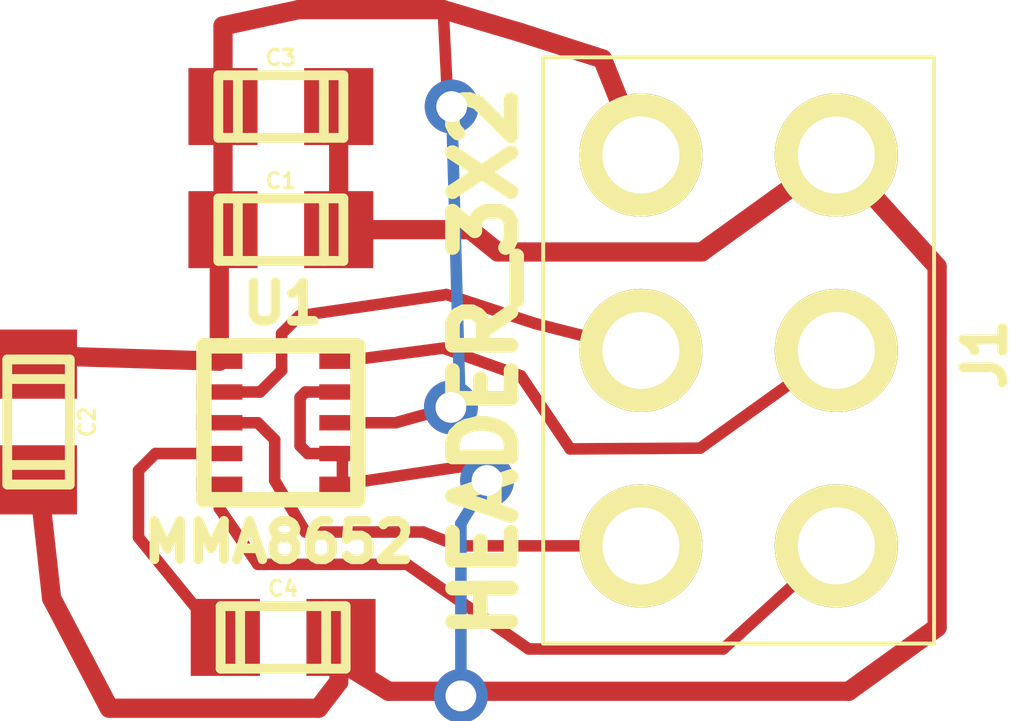
<source format=kicad_pcb>
(kicad_pcb (version 3) (host pcbnew "(2013-08-24 BZR 4298)-stable")

  (general
    (links 17)
    (no_connects 0)
    (area 137.54435 102.425 151.0175 112.170001)
    (thickness 1.6)
    (drawings 0)
    (tracks 79)
    (zones 0)
    (modules 6)
    (nets 8)
  )

  (page A)
  (layers
    (15 F.Cu signal)
    (0 B.Cu signal)
    (16 B.Adhes user)
    (17 F.Adhes user)
    (18 B.Paste user)
    (19 F.Paste user)
    (20 B.SilkS user)
    (21 F.SilkS user)
    (22 B.Mask user)
    (23 F.Mask user)
    (24 Dwgs.User user)
    (25 Cmts.User user)
    (26 Eco1.User user)
    (27 Eco2.User user)
    (28 Edge.Cuts user)
  )

  (setup
    (last_trace_width 0.15)
    (user_trace_width 0.1)
    (user_trace_width 0.15)
    (user_trace_width 0.2)
    (user_trace_width 0.25)
    (user_trace_width 0.3)
    (user_trace_width 0.4)
    (user_trace_width 0.5)
    (user_trace_width 0.6)
    (user_trace_width 0.7)
    (user_trace_width 0.8)
    (user_trace_width 0.9)
    (user_trace_width 1)
    (trace_clearance 0.05)
    (zone_clearance 1)
    (zone_45_only no)
    (trace_min 0.1)
    (segment_width 0.2)
    (edge_width 0.1)
    (via_size 0.7)
    (via_drill 0.4)
    (via_min_size 0.7)
    (via_min_drill 0.4)
    (uvia_size 0.4)
    (uvia_drill 0.127)
    (uvias_allowed no)
    (uvia_min_size 0.4)
    (uvia_min_drill 0.127)
    (pcb_text_width 0.3)
    (pcb_text_size 1.5 1.5)
    (mod_edge_width 0.15)
    (mod_text_size 1 1)
    (mod_text_width 0.15)
    (pad_size 1.6 1.6)
    (pad_drill 1)
    (pad_to_mask_clearance 0)
    (aux_axis_origin 0 0)
    (visible_elements 7FFFFFFF)
    (pcbplotparams
      (layerselection 3178497)
      (usegerberextensions false)
      (excludeedgelayer true)
      (linewidth 0.150000)
      (plotframeref false)
      (viasonmask false)
      (mode 1)
      (useauxorigin false)
      (hpglpennumber 1)
      (hpglpenspeed 20)
      (hpglpendiameter 15)
      (hpglpenoverlay 2)
      (psnegative false)
      (psa4output false)
      (plotreference true)
      (plotvalue true)
      (plotothertext true)
      (plotinvisibletext false)
      (padsonsilk false)
      (subtractmaskfromsilk false)
      (outputformat 2)
      (mirror false)
      (drillshape 0)
      (scaleselection 1)
      (outputdirectory ""))
  )

  (net 0 "")
  (net 1 +2.8v)
  (net 2 GND)
  (net 3 INT1)
  (net 4 INT2)
  (net 5 N-000003)
  (net 6 SCL)
  (net 7 SDA)

  (net_class Default "This is the default net class."
    (clearance 0.05)
    (trace_width 0.5)
    (via_dia 0.7)
    (via_drill 0.4)
    (uvia_dia 0.4)
    (uvia_drill 0.127)
    (add_net "")
    (add_net +2.8v)
    (add_net GND)
    (add_net INT1)
    (add_net INT2)
    (add_net N-000003)
    (add_net SCL)
    (add_net SDA)
  )

  (module TED_SM0603 (layer F.Cu) (tedit 527731CB) (tstamp 52A599A1)
    (at 141.5 105.41)
    (descr "SMT capacitor, 0603")
    (path /52959381)
    (fp_text reference C1 (at 0 -0.635) (layer F.SilkS)
      (effects (font (size 0.20066 0.20066) (thickness 0.04064)))
    )
    (fp_text value 1uF (at 0 0.635) (layer F.SilkS) hide
      (effects (font (size 0.20066 0.20066) (thickness 0.04064)))
    )
    (fp_line (start 0.5588 0.4064) (end 0.5588 -0.4064) (layer F.SilkS) (width 0.127))
    (fp_line (start -0.5588 -0.381) (end -0.5588 0.4064) (layer F.SilkS) (width 0.127))
    (fp_line (start -0.8128 -0.4064) (end 0.8128 -0.4064) (layer F.SilkS) (width 0.127))
    (fp_line (start 0.8128 -0.4064) (end 0.8128 0.4064) (layer F.SilkS) (width 0.127))
    (fp_line (start 0.8128 0.4064) (end -0.8128 0.4064) (layer F.SilkS) (width 0.127))
    (fp_line (start -0.8128 0.4064) (end -0.8128 -0.4064) (layer F.SilkS) (width 0.127))
    (pad 2 smd rect (at 0.75184 0) (size 0.89916 1.00076)
      (layers F.Cu F.Paste F.Mask)
      (net 2 GND)
      (clearance 0.1)
    )
    (pad 1 smd rect (at -0.75184 0) (size 0.89916 1.00076)
      (layers F.Cu F.Paste F.Mask)
      (net 1 +2.8v)
      (clearance 0.1)
    )
    (model smd/capacitors/c_0603.wrl
      (at (xyz 0 0 0))
      (scale (xyz 1 1 1))
      (rotate (xyz 0 0 0))
    )
  )

  (module TED_SM0603 (layer F.Cu) (tedit 527731CB) (tstamp 52A599AD)
    (at 138.35 107.91 270)
    (descr "SMT capacitor, 0603")
    (path /5295936A)
    (fp_text reference C2 (at 0 -0.635 270) (layer F.SilkS)
      (effects (font (size 0.20066 0.20066) (thickness 0.04064)))
    )
    (fp_text value .1uF (at 0 0.635 270) (layer F.SilkS) hide
      (effects (font (size 0.20066 0.20066) (thickness 0.04064)))
    )
    (fp_line (start 0.5588 0.4064) (end 0.5588 -0.4064) (layer F.SilkS) (width 0.127))
    (fp_line (start -0.5588 -0.381) (end -0.5588 0.4064) (layer F.SilkS) (width 0.127))
    (fp_line (start -0.8128 -0.4064) (end 0.8128 -0.4064) (layer F.SilkS) (width 0.127))
    (fp_line (start 0.8128 -0.4064) (end 0.8128 0.4064) (layer F.SilkS) (width 0.127))
    (fp_line (start 0.8128 0.4064) (end -0.8128 0.4064) (layer F.SilkS) (width 0.127))
    (fp_line (start -0.8128 0.4064) (end -0.8128 -0.4064) (layer F.SilkS) (width 0.127))
    (pad 2 smd rect (at 0.75184 0 270) (size 0.89916 1.00076)
      (layers F.Cu F.Paste F.Mask)
      (net 2 GND)
      (clearance 0.1)
    )
    (pad 1 smd rect (at -0.75184 0 270) (size 0.89916 1.00076)
      (layers F.Cu F.Paste F.Mask)
      (net 1 +2.8v)
      (clearance 0.1)
    )
    (model smd/capacitors/c_0603.wrl
      (at (xyz 0 0 0))
      (scale (xyz 1 1 1))
      (rotate (xyz 0 0 0))
    )
  )

  (module TED_SM0603 (layer F.Cu) (tedit 527731CB) (tstamp 52A599B9)
    (at 141.5 103.81)
    (descr "SMT capacitor, 0603")
    (path /52A554A9)
    (fp_text reference C3 (at 0 -0.635) (layer F.SilkS)
      (effects (font (size 0.20066 0.20066) (thickness 0.04064)))
    )
    (fp_text value .1uF (at 0 0.635) (layer F.SilkS) hide
      (effects (font (size 0.20066 0.20066) (thickness 0.04064)))
    )
    (fp_line (start 0.5588 0.4064) (end 0.5588 -0.4064) (layer F.SilkS) (width 0.127))
    (fp_line (start -0.5588 -0.381) (end -0.5588 0.4064) (layer F.SilkS) (width 0.127))
    (fp_line (start -0.8128 -0.4064) (end 0.8128 -0.4064) (layer F.SilkS) (width 0.127))
    (fp_line (start 0.8128 -0.4064) (end 0.8128 0.4064) (layer F.SilkS) (width 0.127))
    (fp_line (start 0.8128 0.4064) (end -0.8128 0.4064) (layer F.SilkS) (width 0.127))
    (fp_line (start -0.8128 0.4064) (end -0.8128 -0.4064) (layer F.SilkS) (width 0.127))
    (pad 2 smd rect (at 0.75184 0) (size 0.89916 1.00076)
      (layers F.Cu F.Paste F.Mask)
      (net 2 GND)
      (clearance 0.1)
    )
    (pad 1 smd rect (at -0.75184 0) (size 0.89916 1.00076)
      (layers F.Cu F.Paste F.Mask)
      (net 1 +2.8v)
      (clearance 0.1)
    )
    (model smd/capacitors/c_0603.wrl
      (at (xyz 0 0 0))
      (scale (xyz 1 1 1))
      (rotate (xyz 0 0 0))
    )
  )

  (module TED_SM0603 (layer F.Cu) (tedit 527731CB) (tstamp 52A599C5)
    (at 141.53 110.71)
    (descr "SMT capacitor, 0603")
    (path /52A5541B)
    (fp_text reference C4 (at 0 -0.635) (layer F.SilkS)
      (effects (font (size 0.20066 0.20066) (thickness 0.04064)))
    )
    (fp_text value .1uF (at 0 0.635) (layer F.SilkS) hide
      (effects (font (size 0.20066 0.20066) (thickness 0.04064)))
    )
    (fp_line (start 0.5588 0.4064) (end 0.5588 -0.4064) (layer F.SilkS) (width 0.127))
    (fp_line (start -0.5588 -0.381) (end -0.5588 0.4064) (layer F.SilkS) (width 0.127))
    (fp_line (start -0.8128 -0.4064) (end 0.8128 -0.4064) (layer F.SilkS) (width 0.127))
    (fp_line (start 0.8128 -0.4064) (end 0.8128 0.4064) (layer F.SilkS) (width 0.127))
    (fp_line (start 0.8128 0.4064) (end -0.8128 0.4064) (layer F.SilkS) (width 0.127))
    (fp_line (start -0.8128 0.4064) (end -0.8128 -0.4064) (layer F.SilkS) (width 0.127))
    (pad 2 smd rect (at 0.75184 0) (size 0.89916 1.00076)
      (layers F.Cu F.Paste F.Mask)
      (net 2 GND)
      (clearance 0.1)
    )
    (pad 1 smd rect (at -0.75184 0) (size 0.89916 1.00076)
      (layers F.Cu F.Paste F.Mask)
      (net 5 N-000003)
      (clearance 0.1)
    )
    (model smd/capacitors/c_0603.wrl
      (at (xyz 0 0 0))
      (scale (xyz 1 1 1))
      (rotate (xyz 0 0 0))
    )
  )

  (module TED_DFN-10 (layer F.Cu) (tedit 52A69D10) (tstamp 52A599E5)
    (at 141.5 107.92)
    (path /52A5537C)
    (fp_text reference U1 (at 0.025 -1.55) (layer F.SilkS)
      (effects (font (size 0.5 0.5) (thickness 0.125)))
    )
    (fp_text value MMA8652 (at -0.025 1.55) (layer F.SilkS)
      (effects (font (size 0.5 0.5) (thickness 0.125)))
    )
    (fp_line (start 1 -1) (end 1 1) (layer F.SilkS) (width 0.20066))
    (fp_line (start 1 1) (end -1 1) (layer F.SilkS) (width 0.20066))
    (fp_line (start -1 1) (end -1 -1) (layer F.SilkS) (width 0.20066))
    (fp_line (start -1 -1) (end 1 -1) (layer F.SilkS) (width 0.20066))
    (pad 6 smd rect (at 0.8 0.8 270) (size 0.2 0.6)
      (layers F.Cu F.Paste F.Mask)
      (net 2 GND)
      (clearance 0.1)
    )
    (pad 10 smd rect (at 0.8 -0.8 270) (size 0.2 0.6)
      (layers F.Cu F.Paste F.Mask)
      (net 7 SDA)
      (clearance 0.1)
    )
    (pad 9 smd rect (at 0.8 -0.4 270) (size 0.2 0.6)
      (layers F.Cu F.Paste F.Mask)
      (net 2 GND)
      (clearance 0.1)
    )
    (pad 5 smd rect (at -0.8 0.8 270) (size 0.2 0.6)
      (layers F.Cu F.Paste F.Mask)
      (net 4 INT2)
      (clearance 0.1)
    )
    (pad 2 smd rect (at -0.8 -0.4 270) (size 0.2 0.6)
      (layers F.Cu F.Paste F.Mask)
      (net 6 SCL)
      (clearance 0.1)
    )
    (pad 1 smd rect (at -0.8 -0.8 270) (size 0.2 0.6)
      (layers F.Cu F.Paste F.Mask)
      (net 1 +2.8v)
      (clearance 0.1)
    )
    (pad 3 smd rect (at -0.8 0 270) (size 0.2 0.6)
      (layers F.Cu F.Paste F.Mask)
      (net 3 INT1)
      (clearance 0.1)
    )
    (pad 4 smd rect (at -0.8 0.4 270) (size 0.2 0.6)
      (layers F.Cu F.Paste F.Mask)
      (net 5 N-000003)
      (clearance 0.1)
    )
    (pad 8 smd rect (at 0.8 0 270) (size 0.2 0.6)
      (layers F.Cu F.Paste F.Mask)
      (net 1 +2.8v)
      (clearance 0.1)
    )
    (pad 7 smd rect (at 0.8 0.4 270) (size 0.2 0.6)
      (layers F.Cu F.Paste F.Mask)
      (net 2 GND)
      (clearance 0.1)
    )
  )

  (module TED_HEADER_3x2_BOTTOM (layer F.Cu) (tedit 52A869D9) (tstamp 52A59EC5)
    (at 147.45 106.98 270)
    (path /52A55745)
    (fp_text reference J1 (at 0.05 -3.2 270) (layer F.SilkS)
      (effects (font (size 0.508 0.508) (thickness 0.127)))
    )
    (fp_text value HEADER_3X2 (at 0.15 3.3 270) (layer F.SilkS)
      (effects (font (size 0.762 0.762) (thickness 0.1905)))
    )
    (fp_line (start 3.81 2.54) (end -3.81 2.54) (layer F.SilkS) (width 0.0508))
    (fp_line (start -3.81 2.54) (end -3.81 -2.54) (layer F.SilkS) (width 0.0508))
    (fp_line (start -3.81 -2.54) (end 3.81 -2.54) (layer F.SilkS) (width 0.0508))
    (fp_line (start 3.81 -2.54) (end 3.81 2.54) (layer F.SilkS) (width 0.0508))
    (pad 1 thru_hole circle (at -2.54 1.27 270) (size 1.6 1.6) (drill 1)
      (layers *.Mask F.Cu F.SilkS)
      (net 1 +2.8v)
      (clearance 0.3)
    )
    (pad 2 thru_hole circle (at 0 1.27 270) (size 1.6 1.6) (drill 1)
      (layers *.Mask F.Cu F.SilkS)
      (net 6 SCL)
      (clearance 0.3)
    )
    (pad 3 thru_hole circle (at 2.54 1.27 270) (size 1.6 1.6) (drill 1)
      (layers *.Mask F.Cu F.SilkS)
      (net 3 INT1)
      (clearance 0.3)
    )
    (pad 4 thru_hole circle (at 2.54 -1.27 270) (size 1.6 1.6) (drill 1)
      (layers *.Mask F.Cu F.SilkS)
      (net 4 INT2)
      (clearance 0.3)
    )
    (pad 5 thru_hole circle (at 0 -1.27 270) (size 1.6 1.6) (drill 1)
      (layers *.Mask F.Cu F.SilkS)
      (net 7 SDA)
      (clearance 0.3)
    )
    (pad 6 thru_hole circle (at -2.54 -1.27 270) (size 1.6 1.6) (drill 1)
      (layers *.Mask F.Cu F.SilkS)
      (net 2 GND)
      (clearance 0.3)
    )
  )

  (segment (start 142.3 107.92) (end 142.99 107.92) (width 0.15) (layer F.Cu) (net 1))
  (segment (start 142.99 107.92) (end 143.71 107.72) (width 0.15) (layer F.Cu) (net 1) (tstamp 52A5A878))
  (via (at 143.71 107.72) (size 0.7) (layers F.Cu B.Cu) (net 1))
  (segment (start 143.71 107.72) (end 143.83 107.72) (width 0.15) (layer B.Cu) (net 1) (tstamp 52A5A87A))
  (segment (start 143.83 107.72) (end 143.72 103.81) (width 0.15) (layer B.Cu) (net 1) (tstamp 52A5A87B))
  (via (at 143.72 103.81) (size 0.7) (layers F.Cu B.Cu) (net 1))
  (segment (start 143.72 103.81) (end 143.67 103.76) (width 0.15) (layer F.Cu) (net 1) (tstamp 52A5A87D))
  (segment (start 143.67 103.76) (end 143.61 102.55) (width 0.15) (layer F.Cu) (net 1) (tstamp 52A5A87E))
  (segment (start 140.7 107.12) (end 138.45816 107.05) (width 0.25) (layer F.Cu) (net 1) (status 20))
  (segment (start 138.45816 107.05) (end 138.35 107.15816) (width 0.25) (layer F.Cu) (net 1) (tstamp 52A5A818) (status 30))
  (segment (start 140.7 107.12) (end 140.7 105.45816) (width 0.25) (layer F.Cu) (net 1))
  (segment (start 140.7 105.45816) (end 140.74816 105.41) (width 0.25) (layer F.Cu) (net 1) (tstamp 52A5A816))
  (segment (start 140.74816 105.41) (end 140.74816 103.81) (width 0.25) (layer F.Cu) (net 1))
  (segment (start 146.18 104.44) (end 145.68 103.19) (width 0.25) (layer F.Cu) (net 1) (status 10))
  (segment (start 140.74816 102.76184) (end 140.74816 103.81) (width 0.25) (layer F.Cu) (net 1) (tstamp 52A5A80B))
  (segment (start 141.73 102.55) (end 140.74816 102.76184) (width 0.25) (layer F.Cu) (net 1) (tstamp 52A5A80A))
  (segment (start 144.62 102.85) (end 143.61 102.55) (width 0.25) (layer F.Cu) (net 1) (tstamp 52A5A808))
  (segment (start 143.61 102.55) (end 141.73 102.55) (width 0.25) (layer F.Cu) (net 1) (tstamp 52A5A880))
  (segment (start 145.68 103.19) (end 144.62 102.85) (width 0.25) (layer F.Cu) (net 1) (tstamp 52A5A806))
  (segment (start 142.3 107.52) (end 141.82 107.52) (width 0.15) (layer F.Cu) (net 2))
  (segment (start 141.85 108.32) (end 142.3 108.32) (width 0.15) (layer F.Cu) (net 2) (tstamp 52A5A910))
  (segment (start 141.75 108.22) (end 141.85 108.32) (width 0.15) (layer F.Cu) (net 2) (tstamp 52A5A90F))
  (segment (start 141.75 107.59) (end 141.75 108.22) (width 0.15) (layer F.Cu) (net 2) (tstamp 52A5A90E))
  (segment (start 141.82 107.52) (end 141.75 107.59) (width 0.15) (layer F.Cu) (net 2) (tstamp 52A5A90D))
  (segment (start 142.3 108.72) (end 143.98 108.47) (width 0.15) (layer F.Cu) (net 2))
  (segment (start 143.98 108.47) (end 144.18 108.67) (width 0.15) (layer F.Cu) (net 2) (tstamp 52A5A8ED))
  (via (at 144.18 108.67) (size 0.7) (layers F.Cu B.Cu) (net 2))
  (segment (start 144.18 108.67) (end 143.84 109.23) (width 0.15) (layer B.Cu) (net 2) (tstamp 52A5A8EF))
  (segment (start 143.84 109.23) (end 143.84 111.47) (width 0.15) (layer B.Cu) (net 2) (tstamp 52A5A8F0))
  (via (at 143.84 111.47) (size 0.7) (layers F.Cu B.Cu) (net 2))
  (segment (start 143.84 111.47) (end 143.84 111.41) (width 0.15) (layer F.Cu) (net 2) (tstamp 52A5A8F2))
  (segment (start 142.28184 110.71) (end 142.28184 111.03184) (width 0.25) (layer F.Cu) (net 2) (status 30))
  (segment (start 142.28184 111.03184) (end 142.9 111.41) (width 0.25) (layer F.Cu) (net 2) (tstamp 52A5A871) (status 10))
  (segment (start 142.9 111.41) (end 143.84 111.41) (width 0.25) (layer F.Cu) (net 2) (tstamp 52A5A872))
  (segment (start 150.03 105.89) (end 148.72 104.44) (width 0.25) (layer F.Cu) (net 2) (tstamp 52A5A875) (status 20))
  (segment (start 143.84 111.41) (end 148.88 111.41) (width 0.25) (layer F.Cu) (net 2) (tstamp 52A5A8F5))
  (segment (start 148.88 111.41) (end 150.03 110.58) (width 0.25) (layer F.Cu) (net 2) (tstamp 52A5A873))
  (segment (start 150.03 110.58) (end 150.03 105.89) (width 0.25) (layer F.Cu) (net 2) (tstamp 52A5A874))
  (segment (start 142.28184 110.71) (end 142.25184 111.28816) (width 0.25) (layer F.Cu) (net 2) (status 10))
  (segment (start 138.52 110.2) (end 138.35 108.66184) (width 0.25) (layer F.Cu) (net 2) (tstamp 52A5A85A) (status 20))
  (segment (start 139.27 111.63) (end 138.52 110.2) (width 0.25) (layer F.Cu) (net 2) (tstamp 52A5A858))
  (segment (start 141.99 111.63) (end 139.27 111.63) (width 0.25) (layer F.Cu) (net 2) (tstamp 52A5A857))
  (segment (start 142.25184 111.28816) (end 141.99 111.63) (width 0.25) (layer F.Cu) (net 2) (tstamp 52A5A856))
  (segment (start 142.3 108.72) (end 142.3 108.32) (width 0.15) (layer F.Cu) (net 2))
  (segment (start 142.25184 105.41) (end 143.96 105.41) (width 0.25) (layer F.Cu) (net 2))
  (segment (start 143.96 105.41) (end 144.32 105.7) (width 0.25) (layer F.Cu) (net 2) (tstamp 52A5A80F))
  (segment (start 144.32 105.7) (end 146.97 105.7) (width 0.25) (layer F.Cu) (net 2) (tstamp 52A5A810))
  (segment (start 146.97 105.7) (end 148.72 104.44) (width 0.25) (layer F.Cu) (net 2) (tstamp 52A5A811) (status 20))
  (segment (start 142.25184 103.81) (end 142.25184 105.41) (width 0.25) (layer F.Cu) (net 2))
  (segment (start 146.18 109.52) (end 143.8 109.52) (width 0.15) (layer F.Cu) (net 3) (status 10))
  (segment (start 141.2 107.92) (end 140.7 107.92) (width 0.15) (layer F.Cu) (net 3) (tstamp 52A5A842))
  (segment (start 141.42 108.14) (end 141.2 107.92) (width 0.15) (layer F.Cu) (net 3) (tstamp 52A5A841))
  (segment (start 141.42 108.67) (end 141.42 108.14) (width 0.15) (layer F.Cu) (net 3) (tstamp 52A5A840))
  (segment (start 141.82 109.34) (end 141.42 108.67) (width 0.15) (layer F.Cu) (net 3) (tstamp 52A5A83F))
  (segment (start 143.35 109.34) (end 141.82 109.34) (width 0.15) (layer F.Cu) (net 3) (tstamp 52A5A83E))
  (segment (start 143.8 109.52) (end 143.35 109.34) (width 0.15) (layer F.Cu) (net 3) (tstamp 52A5A83D))
  (segment (start 140.7 108.72) (end 140.7 109.03) (width 0.15) (layer F.Cu) (net 4))
  (segment (start 140.7 109.03) (end 141.2 109.76) (width 0.15) (layer F.Cu) (net 4) (tstamp 52A5A834))
  (segment (start 141.2 109.76) (end 143.14 109.76) (width 0.15) (layer F.Cu) (net 4) (tstamp 52A5A835))
  (segment (start 143.14 109.76) (end 144.72 110.86) (width 0.15) (layer F.Cu) (net 4) (tstamp 52A5A836))
  (segment (start 144.72 110.86) (end 147.25 110.86) (width 0.15) (layer F.Cu) (net 4) (tstamp 52A5A838))
  (segment (start 147.25 110.86) (end 148.72 109.52) (width 0.15) (layer F.Cu) (net 4) (tstamp 52A5A83A) (status 20))
  (segment (start 140.77816 110.71) (end 140.71 110.71) (width 0.15) (layer F.Cu) (net 5) (status 30))
  (segment (start 140.71 110.71) (end 139.65 109.41) (width 0.15) (layer F.Cu) (net 5) (tstamp 52A5A82F) (status 10))
  (segment (start 139.65 109.41) (end 139.65 108.54) (width 0.15) (layer F.Cu) (net 5) (tstamp 52A5A830))
  (segment (start 139.65 108.54) (end 139.87 108.32) (width 0.15) (layer F.Cu) (net 5) (tstamp 52A5A831))
  (segment (start 139.87 108.32) (end 140.7 108.32) (width 0.15) (layer F.Cu) (net 5) (tstamp 52A5A832))
  (segment (start 140.7 107.52) (end 141.23 107.52) (width 0.15) (layer F.Cu) (net 6))
  (segment (start 144.8046 106.629741) (end 146.18 106.98) (width 0.15) (layer F.Cu) (net 6) (tstamp 52A5A849) (status 20))
  (segment (start 143.652122 106.253075) (end 144.8046 106.629741) (width 0.15) (layer F.Cu) (net 6) (tstamp 52A5A848))
  (segment (start 141.74 106.53) (end 143.652122 106.253075) (width 0.15) (layer F.Cu) (net 6) (tstamp 52A5A847))
  (segment (start 141.51 106.76) (end 141.74 106.53) (width 0.15) (layer F.Cu) (net 6) (tstamp 52A5A846))
  (segment (start 141.51 107.24) (end 141.51 106.76) (width 0.15) (layer F.Cu) (net 6) (tstamp 52A5A845))
  (segment (start 141.23 107.52) (end 141.51 107.24) (width 0.15) (layer F.Cu) (net 6) (tstamp 52A5A844))
  (segment (start 142.3 107.12) (end 143.61 106.95) (width 0.15) (layer F.Cu) (net 7))
  (segment (start 143.61 106.95) (end 144.62 107.31) (width 0.15) (layer F.Cu) (net 7) (tstamp 52A5A84E))
  (segment (start 145.26 108.26) (end 146.95 108.25) (width 0.15) (layer F.Cu) (net 7) (tstamp 52A5A888))
  (segment (start 144.62 107.31) (end 145.26 108.26) (width 0.15) (layer F.Cu) (net 7) (tstamp 52A5A84F))
  (segment (start 146.95 108.25) (end 148.72 106.98) (width 0.15) (layer F.Cu) (net 7) (tstamp 52A5A851) (status 20))

)

</source>
